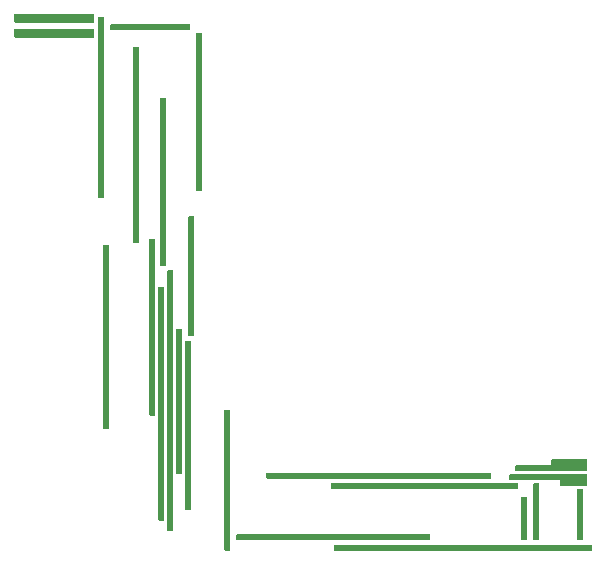
<source format=gbr>
%TF.GenerationSoftware,KiCad,Pcbnew,6.0.11+dfsg-1~bpo11+1*%
%TF.CreationDate,2024-03-26T15:28:25-05:00*%
%TF.ProjectId,BTMS,42544d53-2e6b-4696-9361-645f70636258,rev?*%
%TF.SameCoordinates,Original*%
%TF.FileFunction,Paste,Bot*%
%TF.FilePolarity,Positive*%
%FSLAX46Y46*%
G04 Gerber Fmt 4.6, Leading zero omitted, Abs format (unit mm)*
G04 Created by KiCad (PCBNEW 6.0.11+dfsg-1~bpo11+1) date 2024-03-26 15:28:25*
%MOMM*%
%LPD*%
G01*
G04 APERTURE LIST*
G04 APERTURE END LIST*
G36*
X171816648Y-133872352D02*
G01*
X171831000Y-133907000D01*
X171831000Y-134825000D01*
X171816648Y-134859648D01*
X171782000Y-134874000D01*
X165784000Y-134874000D01*
X165749352Y-134859648D01*
X165735000Y-134825000D01*
X165735000Y-134415000D01*
X165749352Y-134380352D01*
X165784000Y-134366000D01*
X168773253Y-134366000D01*
X168780145Y-134363145D01*
X168783000Y-134356253D01*
X168783000Y-133907000D01*
X168797352Y-133872352D01*
X168832000Y-133858000D01*
X171782000Y-133858000D01*
X171816648Y-133872352D01*
G37*
G36*
X171816648Y-135142352D02*
G01*
X171831000Y-135177000D01*
X171831000Y-136095000D01*
X171816648Y-136129648D01*
X171782000Y-136144000D01*
X169594000Y-136144000D01*
X169559352Y-136129648D01*
X169545000Y-136095000D01*
X169545000Y-135645747D01*
X169542145Y-135638855D01*
X169535253Y-135636000D01*
X165276000Y-135636000D01*
X165241352Y-135621648D01*
X165227000Y-135587000D01*
X165227000Y-135177000D01*
X165241352Y-135142352D01*
X165276000Y-135128000D01*
X171782000Y-135128000D01*
X171816648Y-135142352D01*
G37*
G36*
X165974648Y-135904352D02*
G01*
X165989000Y-135939000D01*
X165989000Y-136349000D01*
X165974648Y-136383648D01*
X165940000Y-136398000D01*
X150163000Y-136398000D01*
X150128352Y-136383648D01*
X150114000Y-136349000D01*
X150114000Y-135939000D01*
X150128352Y-135904352D01*
X150163000Y-135890000D01*
X165940000Y-135890000D01*
X165974648Y-135904352D01*
G37*
G36*
X167752648Y-135904352D02*
G01*
X167767000Y-135939000D01*
X167767000Y-140667000D01*
X167752648Y-140701648D01*
X167718000Y-140716000D01*
X167308000Y-140716000D01*
X167273352Y-140701648D01*
X167259000Y-140667000D01*
X167259000Y-135939000D01*
X167273352Y-135904352D01*
X167308000Y-135890000D01*
X167718000Y-135890000D01*
X167752648Y-135904352D01*
G37*
G36*
X172197648Y-141111352D02*
G01*
X172212000Y-141146000D01*
X172212000Y-141556000D01*
X172197648Y-141590648D01*
X172163000Y-141605000D01*
X150417000Y-141605000D01*
X150382352Y-141590648D01*
X150368000Y-141556000D01*
X150368000Y-141146000D01*
X150382352Y-141111352D01*
X150417000Y-141097000D01*
X172163000Y-141097000D01*
X172197648Y-141111352D01*
G37*
G36*
X158481648Y-140222352D02*
G01*
X158496000Y-140257000D01*
X158496000Y-140667000D01*
X158481648Y-140701648D01*
X158447000Y-140716000D01*
X142162000Y-140716000D01*
X142127352Y-140701648D01*
X142113000Y-140667000D01*
X142113000Y-140257000D01*
X142127352Y-140222352D01*
X142162000Y-140208000D01*
X158447000Y-140208000D01*
X158481648Y-140222352D01*
G37*
G36*
X163688648Y-135015352D02*
G01*
X163703000Y-135050000D01*
X163703000Y-135460000D01*
X163688648Y-135494648D01*
X163654000Y-135509000D01*
X144702000Y-135509000D01*
X144667352Y-135494648D01*
X144653000Y-135460000D01*
X144653000Y-135050000D01*
X144667352Y-135015352D01*
X144702000Y-135001000D01*
X163654000Y-135001000D01*
X163688648Y-135015352D01*
G37*
G36*
X141590648Y-129681352D02*
G01*
X141605000Y-129716000D01*
X141605000Y-141556000D01*
X141590648Y-141590648D01*
X141556000Y-141605000D01*
X141146000Y-141605000D01*
X141111352Y-141590648D01*
X141097000Y-141556000D01*
X141097000Y-129716000D01*
X141111352Y-129681352D01*
X141146000Y-129667000D01*
X141556000Y-129667000D01*
X141590648Y-129681352D01*
G37*
G36*
X136764648Y-117870352D02*
G01*
X136779000Y-117905000D01*
X136779000Y-139905000D01*
X136764648Y-139939648D01*
X136730000Y-139954000D01*
X136320000Y-139954000D01*
X136285352Y-139939648D01*
X136271000Y-139905000D01*
X136271000Y-117905000D01*
X136285352Y-117870352D01*
X136320000Y-117856000D01*
X136730000Y-117856000D01*
X136764648Y-117870352D01*
G37*
G36*
X166736648Y-137047352D02*
G01*
X166751000Y-137082000D01*
X166751000Y-140667000D01*
X166736648Y-140701648D01*
X166702000Y-140716000D01*
X166292000Y-140716000D01*
X166257352Y-140701648D01*
X166243000Y-140667000D01*
X166243000Y-137082000D01*
X166257352Y-137047352D01*
X166292000Y-137033000D01*
X166702000Y-137033000D01*
X166736648Y-137047352D01*
G37*
G36*
X171435648Y-136412352D02*
G01*
X171450000Y-136447000D01*
X171450000Y-140667000D01*
X171435648Y-140701648D01*
X171401000Y-140716000D01*
X170991000Y-140716000D01*
X170956352Y-140701648D01*
X170942000Y-140667000D01*
X170942000Y-136447000D01*
X170956352Y-136412352D01*
X170991000Y-136398000D01*
X171401000Y-136398000D01*
X171435648Y-136412352D01*
G37*
G36*
X138288648Y-123839352D02*
G01*
X138303000Y-123874000D01*
X138303000Y-138127000D01*
X138288648Y-138161648D01*
X138254000Y-138176000D01*
X137844000Y-138176000D01*
X137809352Y-138161648D01*
X137795000Y-138127000D01*
X137795000Y-123874000D01*
X137809352Y-123839352D01*
X137844000Y-123825000D01*
X138254000Y-123825000D01*
X138288648Y-123839352D01*
G37*
G36*
X130922648Y-96407352D02*
G01*
X130937000Y-96442000D01*
X130937000Y-111711000D01*
X130922648Y-111745648D01*
X130888000Y-111760000D01*
X130478000Y-111760000D01*
X130443352Y-111745648D01*
X130429000Y-111711000D01*
X130429000Y-96442000D01*
X130443352Y-96407352D01*
X130478000Y-96393000D01*
X130888000Y-96393000D01*
X130922648Y-96407352D01*
G37*
G36*
X133843648Y-98947352D02*
G01*
X133858000Y-98982000D01*
X133858000Y-115521000D01*
X133843648Y-115555648D01*
X133809000Y-115570000D01*
X133399000Y-115570000D01*
X133364352Y-115555648D01*
X133350000Y-115521000D01*
X133350000Y-98982000D01*
X133364352Y-98947352D01*
X133399000Y-98933000D01*
X133809000Y-98933000D01*
X133843648Y-98947352D01*
G37*
G36*
X131303648Y-115711352D02*
G01*
X131318000Y-115746000D01*
X131318000Y-131269000D01*
X131303648Y-131303648D01*
X131269000Y-131318000D01*
X130859000Y-131318000D01*
X130824352Y-131303648D01*
X130810000Y-131269000D01*
X130810000Y-115746000D01*
X130824352Y-115711352D01*
X130859000Y-115697000D01*
X131269000Y-115697000D01*
X131303648Y-115711352D01*
G37*
G36*
X135240648Y-115203352D02*
G01*
X135255000Y-115238000D01*
X135255000Y-123876000D01*
X135240648Y-123910648D01*
X135206000Y-123925000D01*
X134796000Y-123925000D01*
X134761352Y-123910648D01*
X134747000Y-123876000D01*
X134747000Y-115238000D01*
X134761352Y-115203352D01*
X134796000Y-115189000D01*
X135206000Y-115189000D01*
X135240648Y-115203352D01*
G37*
G36*
X138542648Y-113298352D02*
G01*
X138557000Y-113333000D01*
X138557000Y-123395000D01*
X138542648Y-123429648D01*
X138508000Y-123444000D01*
X138098000Y-123444000D01*
X138063352Y-123429648D01*
X138049000Y-123395000D01*
X138049000Y-113333000D01*
X138063352Y-113298352D01*
X138098000Y-113284000D01*
X138508000Y-113284000D01*
X138542648Y-113298352D01*
G37*
G36*
X139177648Y-97804352D02*
G01*
X139192000Y-97839000D01*
X139192000Y-111076000D01*
X139177648Y-111110648D01*
X139143000Y-111125000D01*
X138733000Y-111125000D01*
X138698352Y-111110648D01*
X138684000Y-111076000D01*
X138684000Y-97839000D01*
X138698352Y-97804352D01*
X138733000Y-97790000D01*
X139143000Y-97790000D01*
X139177648Y-97804352D01*
G37*
G36*
X136129648Y-103265352D02*
G01*
X136144000Y-103300000D01*
X136144000Y-117426000D01*
X136129648Y-117460648D01*
X136095000Y-117475000D01*
X135685000Y-117475000D01*
X135650352Y-117460648D01*
X135636000Y-117426000D01*
X135636000Y-103300000D01*
X135650352Y-103265352D01*
X135685000Y-103251000D01*
X136095000Y-103251000D01*
X136129648Y-103265352D01*
G37*
G36*
X130033648Y-96153352D02*
G01*
X130048000Y-96188000D01*
X130048000Y-96852000D01*
X130033648Y-96886648D01*
X129999000Y-96901000D01*
X123366000Y-96901000D01*
X123331352Y-96886648D01*
X123317000Y-96852000D01*
X123317000Y-96188000D01*
X123331352Y-96153352D01*
X123366000Y-96139000D01*
X129999000Y-96139000D01*
X130033648Y-96153352D01*
G37*
G36*
X130033648Y-97423352D02*
G01*
X130048000Y-97458000D01*
X130048000Y-98122000D01*
X130033648Y-98156648D01*
X129999000Y-98171000D01*
X123366000Y-98171000D01*
X123331352Y-98156648D01*
X123317000Y-98122000D01*
X123317000Y-97458000D01*
X123331352Y-97423352D01*
X123366000Y-97409000D01*
X129999000Y-97409000D01*
X130033648Y-97423352D01*
G37*
G36*
X138161648Y-97042352D02*
G01*
X138176000Y-97077000D01*
X138176000Y-97487000D01*
X138161648Y-97521648D01*
X138127000Y-97536000D01*
X131494000Y-97536000D01*
X131459352Y-97521648D01*
X131445000Y-97487000D01*
X131445000Y-97077000D01*
X131459352Y-97042352D01*
X131494000Y-97028000D01*
X138127000Y-97028000D01*
X138161648Y-97042352D01*
G37*
G36*
X137526648Y-122823352D02*
G01*
X137541000Y-122858000D01*
X137541000Y-135079000D01*
X137526648Y-135113648D01*
X137492000Y-135128000D01*
X137082000Y-135128000D01*
X137047352Y-135113648D01*
X137033000Y-135079000D01*
X137033000Y-122858000D01*
X137047352Y-122823352D01*
X137082000Y-122809000D01*
X137492000Y-122809000D01*
X137526648Y-122823352D01*
G37*
G36*
X136002648Y-119267352D02*
G01*
X136017000Y-119302000D01*
X136017000Y-139016000D01*
X136002648Y-139050648D01*
X135968000Y-139065000D01*
X135558000Y-139065000D01*
X135523352Y-139050648D01*
X135509000Y-139016000D01*
X135509000Y-119302000D01*
X135523352Y-119267352D01*
X135558000Y-119253000D01*
X135968000Y-119253000D01*
X136002648Y-119267352D01*
G37*
G36*
X135240648Y-123739352D02*
G01*
X135255000Y-123774000D01*
X135255000Y-130126000D01*
X135240648Y-130160648D01*
X135206000Y-130175000D01*
X134796000Y-130175000D01*
X134761352Y-130160648D01*
X134747000Y-130126000D01*
X134747000Y-123774000D01*
X134761352Y-123739352D01*
X134796000Y-123725000D01*
X135206000Y-123725000D01*
X135240648Y-123739352D01*
G37*
M02*

</source>
